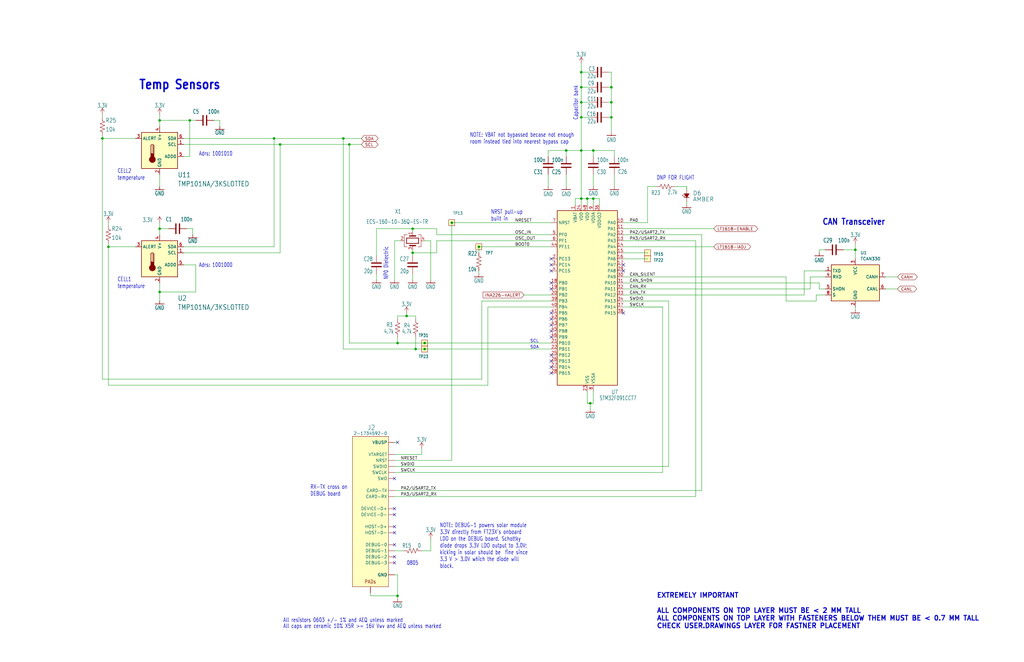
<source format=kicad_sch>
(kicad_sch (version 20250114) (generator "eeschema") (generator_version "9.0")
  (paper "USLedger")
  (title_block (title "OreSat Solar Module - Silicon Cells") (date "2025-09-16") (rev "1.1"))
  (text "Capacitor bank" (at 243.84 50.8 90) (effects (font (size 1.778 1.27)) (justify left bottom)))
  (text "SDA" (at 223.52 147.32 0) (effects (font (size 1.27 1.27)) (justify left bottom)))
  (text "Temp Sensors" (at 58.42 38.1 0) (effects (font (size 3.81 3.2385) (thickness 0.6477) (bold yes)) (justify left bottom)))
  (text "NOTE: VBAT not bypassed becase not enough\nroom instead tied into nearest bypass cap" (at 198.12 60.96 0) (effects (font (size 1.778 1.27)) (justify left bottom)))
  (text "DNP FOR FLIGHT" (at 276.86 76.2 0) (effects (font (size 1.778 1.27)) (justify left bottom)))
  (text "NRST pull-up\nbuilt in" (at 207.01 93.472 0) (effects (font (size 1.778 1.27)) (justify left bottom)))
  (text "CAN Transceiver" (at 373.38 95.25 0) (effects (font (size 2.54 2.159) (thickness 0.4318) (bold yes)) (justify right bottom)))
  (text "NP0 Dielectric" (at 163.83 118.11 90) (effects (font (size 1.778 1.27)) (justify left bottom)))
  (text "NOTE: DEBUG-1 powers solar module\n3.3V directly from FT23X's onboard\nLDO on the DEBUG board. Schottky\ndiode drops 3.3V LDO output to 3.0V;\nkicking in solar should be  fine since\n3.3 V > 3.0V which the diode will\nblock." (at 185.42 240.03 0) (effects (font (size 1.778 1.27)) (justify left bottom)))
  (text "Adrs: 1001010" (at 83.82 66.04 0) (effects (font (size 1.778 1.27)) (justify left bottom)))
  (text "Adrs: 1001000" (at 83.82 113.03 0) (effects (font (size 1.778 1.27)) (justify left bottom)))
  (text "CELL2\ntemperature" (at 49.53 76.2 0) (effects (font (size 1.778 1.27)) (justify left bottom)))
  (text "RX-TX cross on\nDEBUG board" (at 130.81 209.55 0) (effects (font (size 1.778 1.27)) (justify left bottom)))
  (text "EXTREMELY IMPORTANT\n\nALL COMPONENTS ON TOP LAYER MUST BE < 2 MM TALL\nALL COMPONENTS ON TOP LAYER WITH FASTENERS BELOW THEM MUST BE < 0.7 MM TALL\nCHECK USER.DRAWINGS LAYER FOR FASTNER PLACEMENT\n" (at 276.86 265.43 0) (effects (font (size 2 2) (thickness 0.4) (bold yes)) (justify left bottom)))
  (text "SCL" (at 223.52 144.78 0) (effects (font (size 1.27 1.27)) (justify left bottom)))
  (text "All resistors 0603 +/- 1% and AEQ unless marked" (at 119.38 262.89 0) (effects (font (size 1.778 1.27)) (justify left bottom)))
  (text "CELL1\ntemperature" (at 49.53 121.92 0) (effects (font (size 1.778 1.27)) (justify left bottom)))
  (text "0805" (at 171.45 238.76 0) (effects (font (size 1.778 1.27)) (justify left bottom)))
  (text "All caps are ceramic 10% X5R >= 16V Vwv and AEQ unless marked" (at 119.38 265.43 0) (effects (font (size 1.778 1.27)) (justify left bottom)))
  (junction (at 247.65 83.82))
  (junction (at 257.81 43.18))
  (junction (at 167.64 144.78))
  (junction (at 248.92 170.18))
  (junction (at 80.01 50.8))
  (junction (at 250.19 63.5))
  (junction (at 257.81 49.53))
  (junction (at 360.68 105.41))
  (junction (at 179.07 147.32))
  (junction (at 245.11 49.53))
  (junction (at 118.11 60.96))
  (junction (at 245.11 36.83))
  (junction (at 45.72 104.14))
  (junction (at 245.11 63.5))
  (junction (at 173.99 96.52))
  (junction (at 144.78 58.42))
  (junction (at 43.18 58.42))
  (junction (at 173.99 106.68))
  (junction (at 245.11 83.82))
  (junction (at 201.93 104.14))
  (junction (at 250.19 83.82))
  (junction (at 245.11 43.18))
  (junction (at 171.45 133.35))
  (junction (at 67.31 50.8))
  (junction (at 67.31 123.19))
  (junction (at 67.31 96.52))
  (junction (at 190.5 93.98))
  (junction (at 179.07 144.78))
  (junction (at 115.57 58.42))
  (junction (at 238.76 63.5))
  (junction (at 167.64 251.46))
  (junction (at 147.32 60.96))
  (junction (at 175.26 147.32))
  (junction (at 245.11 30.48))
  (junction (at 257.81 36.83))
  (no_connect (at 166.37 224.79))
  (no_connect (at 262.89 111.76))
  (no_connect (at 232.41 139.7))
  (no_connect (at 262.89 114.3))
  (no_connect (at 166.37 214.63))
  (no_connect (at 166.37 237.49))
  (no_connect (at 232.41 109.22))
  (no_connect (at 166.37 217.17))
  (no_connect (at 232.41 134.62))
  (no_connect (at 232.41 137.16))
  (no_connect (at 232.41 157.48))
  (no_connect (at 232.41 149.86))
  (no_connect (at 232.41 152.4))
  (no_connect (at 166.37 201.93))
  (no_connect (at 232.41 111.76))
  (no_connect (at 232.41 132.08))
  (no_connect (at 166.37 234.95))
  (no_connect (at 262.89 132.08))
  (no_connect (at 232.41 154.94))
  (no_connect (at 166.37 229.87))
  (no_connect (at 232.41 119.38))
  (no_connect (at 166.37 222.25))
  (no_connect (at 232.41 121.92))
  (no_connect (at 232.41 114.3))
  (no_connect (at 167.64 186.69))
  (no_connect (at 232.41 142.24))
  (wire (pts (xy 331.47 116.84) (xy 331.47 127)) (stroke (width 0.1524)))
  (wire (pts (xy 252.73 83.82) (xy 252.73 86.36)))
  (wire (pts (xy 256.54 49.53) (xy 257.81 49.53)) (stroke (width 0.1524)))
  (wire (pts (xy 179.07 144.78) (xy 232.41 144.78)) (stroke (width 0.1524)))
  (wire (pts (xy 360.68 105.41) (xy 355.6 105.41)) (stroke (width 0.1524)))
  (wire (pts (xy 341.63 121.92) (xy 341.63 116.84)))
  (wire (pts (xy 158.75 107.95) (xy 158.75 96.52)) (stroke (width 0.1524)))
  (wire (pts (xy 190.5 194.31) (xy 166.37 194.31)) (stroke (width 0.1524)))
  (wire (pts (xy 289.56 78.74) (xy 289.56 80.01)) (stroke (width 0.1524)))
  (wire (pts (xy 245.11 26.67) (xy 245.11 30.48)) (stroke (width 0.1524)))
  (wire (pts (xy 201.93 114.3) (xy 201.93 115.57)))
  (wire (pts (xy 226.06 127) (xy 232.41 127)))
  (wire (pts (xy 273.05 78.74) (xy 273.05 93.98)) (stroke (width 0.1524)))
  (wire (pts (xy 373.38 121.92) (xy 378.46 121.92)) (stroke (width 0.1524)))
  (wire (pts (xy 205.74 129.54) (xy 205.74 162.56)))
  (wire (pts (xy 344.17 124.46) (xy 347.98 124.46)) (stroke (width 0.1524)))
  (wire (pts (xy 245.11 63.5) (xy 250.19 63.5)) (stroke (width 0.1524)))
  (wire (pts (xy 77.47 66.04) (xy 80.01 66.04)) (stroke (width 0.1524)))
  (wire (pts (xy 67.31 76.2) (xy 67.31 78.74)))
  (wire (pts (xy 115.57 58.42) (xy 144.78 58.42)) (stroke (width 0.1524)))
  (wire (pts (xy 158.75 115.57) (xy 158.75 118.11)))
  (wire (pts (xy 295.91 99.06) (xy 262.89 99.06)) (stroke (width 0.1524)))
  (wire (pts (xy 144.78 147.32) (xy 175.26 147.32)) (stroke (width 0.1524)))
  (wire (pts (xy 259.08 76.2) (xy 259.08 78.74)))
  (wire (pts (xy 184.15 99.06) (xy 232.41 99.06)) (stroke (width 0.1524)))
  (wire (pts (xy 77.47 111.76) (xy 82.55 111.76)) (stroke (width 0.1524)))
  (wire (pts (xy 203.2 127) (xy 226.06 127)) (stroke (width 0.1524)))
  (wire (pts (xy 90.17 50.8) (xy 92.71 50.8)) (stroke (width 0.1524)))
  (wire (pts (xy 341.63 116.84) (xy 347.98 116.84)))
  (wire (pts (xy 247.65 83.82) (xy 250.19 83.82)))
  (wire (pts (xy 289.56 78.74) (xy 289.56 80.01)))
  (wire (pts (xy 81.28 96.52) (xy 81.28 99.06)) (stroke (width 0.1524)))
  (wire (pts (xy 265.43 129.54) (xy 279.4 129.54)) (stroke (width 0.1524)))
  (wire (pts (xy 242.57 83.82) (xy 242.57 86.36)))
  (wire (pts (xy 78.74 96.52) (xy 81.28 96.52)) (stroke (width 0.1524)))
  (wire (pts (xy 231.14 73.66) (xy 231.14 76.2)) (stroke (width 0.1524)))
  (wire (pts (xy 262.89 116.84) (xy 331.47 116.84)) (stroke (width 0.1524)))
  (wire (pts (xy 344.17 127) (xy 344.17 124.46)) (stroke (width 0.1524)))
  (wire (pts (xy 203.2 160.02) (xy 203.2 127)) (stroke (width 0.1524)))
  (wire (pts (xy 173.99 96.52) (xy 184.15 96.52)) (stroke (width 0.1524)))
  (wire (pts (xy 166.37 191.77) (xy 177.8 191.77)) (stroke (width 0.1524)))
  (wire (pts (xy 360.68 105.41) (xy 360.68 109.22)) (stroke (width 0.1524)))
  (wire (pts (xy 156.21 251.46) (xy 167.64 251.46)) (stroke (width 0.1524)))
  (wire (pts (xy 257.81 53.34) (xy 257.81 49.53)) (stroke (width 0.1524)))
  (wire (pts (xy 184.15 101.6) (xy 232.41 101.6)) (stroke (width 0.1524)))
  (wire (pts (xy 231.14 63.5) (xy 238.76 63.5)) (stroke (width 0.1524)))
  (wire (pts (xy 248.92 36.83) (xy 245.11 36.83)) (stroke (width 0.1524)))
  (wire (pts (xy 273.05 93.98) (xy 262.89 93.98)) (stroke (width 0.1524)))
  (wire (pts (xy 92.71 50.8) (xy 92.71 53.34)))
  (wire (pts (xy 238.76 76.2) (xy 238.76 78.74)))
  (wire (pts (xy 156.21 250.19) (xy 156.21 251.46)) (stroke (width 0.1524)))
  (wire (pts (xy 54.61 104.14) (xy 57.15 104.14)) (stroke (width 0.1524)))
  (wire (pts (xy 43.18 160.02) (xy 203.2 160.02)) (stroke (width 0.1524)))
  (wire (pts (xy 247.65 170.18) (xy 248.92 170.18)) (stroke (width 0.1524)))
  (wire (pts (xy 167.64 142.24) (xy 167.64 144.78)))
  (wire (pts (xy 167.64 133.35) (xy 171.45 133.35)))
  (wire (pts (xy 181.61 101.6) (xy 179.07 101.6)) (stroke (width 0.1524)))
  (wire (pts (xy 166.37 242.57) (xy 167.64 242.57)) (stroke (width 0.1524)))
  (wire (pts (xy 345.44 105.41) (xy 345.44 106.68)) (stroke (width 0.1524)))
  (wire (pts (xy 331.47 127) (xy 344.17 127)) (stroke (width 0.1524)))
  (wire (pts (xy 67.31 50.8) (xy 80.01 50.8)) (stroke (width 0.1524)))
  (wire (pts (xy 245.11 83.82) (xy 247.65 83.82)))
  (wire (pts (xy 247.65 165.1) (xy 247.65 170.18)) (stroke (width 0.1524)))
  (wire (pts (xy 166.37 101.6) (xy 166.37 118.11)))
  (wire (pts (xy 250.19 73.66) (xy 250.19 76.2)) (stroke (width 0.1524)))
  (wire (pts (xy 190.5 93.98) (xy 190.5 194.31)))
  (wire (pts (xy 77.47 104.14) (xy 115.57 104.14)) (stroke (width 0.1524)))
  (wire (pts (xy 347.98 105.41) (xy 345.44 105.41)) (stroke (width 0.1524)))
  (wire (pts (xy 175.26 142.24) (xy 175.26 147.32)))
  (wire (pts (xy 345.44 119.38) (xy 345.44 121.92)) (stroke (width 0.1524)))
  (wire (pts (xy 77.47 106.68) (xy 118.11 106.68)) (stroke (width 0.1524)))
  (wire (pts (xy 295.91 207.01) (xy 166.37 207.01)) (stroke (width 0.1524)))
  (wire (pts (xy 262.89 101.6) (xy 293.37 101.6)) (stroke (width 0.1524)))
  (wire (pts (xy 173.99 115.57) (xy 173.99 118.11)))
  (wire (pts (xy 257.81 30.48) (xy 256.54 30.48)) (stroke (width 0.1524)))
  (wire (pts (xy 231.14 66.04) (xy 231.14 63.5)) (stroke (width 0.1524)))
  (wire (pts (xy 118.11 60.96) (xy 147.32 60.96)) (stroke (width 0.1524)))
  (wire (pts (xy 168.91 101.6) (xy 166.37 101.6)))
  (wire (pts (xy 293.37 209.55) (xy 166.37 209.55)) (stroke (width 0.1524)))
  (wire (pts (xy 80.01 50.8) (xy 82.55 50.8)) (stroke (width 0.1524)))
  (wire (pts (xy 82.55 111.76) (xy 82.55 123.19)) (stroke (width 0.1524)))
  (wire (pts (xy 339.09 114.3) (xy 347.98 114.3)) (stroke (width 0.1524)))
  (wire (pts (xy 279.4 199.39) (xy 166.37 199.39)) (stroke (width 0.1524)))
  (wire (pts (xy 262.89 106.68) (xy 273.05 106.68)) (stroke (width 0.1524)))
  (wire (pts (xy 43.18 57.15) (xy 43.18 58.42)))
  (wire (pts (xy 171.45 132.08) (xy 171.45 133.35)))
  (wire (pts (xy 360.68 105.41) (xy 360.68 102.87)) (stroke (width 0.1524)))
  (wire (pts (xy 257.81 36.83) (xy 257.81 30.48)) (stroke (width 0.1524)))
  (wire (pts (xy 247.65 86.36) (xy 247.65 83.82)))
  (wire (pts (xy 45.72 162.56) (xy 45.72 104.14)))
  (wire (pts (xy 175.26 147.32) (xy 179.07 147.32)) (stroke (width 0.1524)))
  (wire (pts (xy 80.01 66.04) (xy 80.01 50.8)) (stroke (width 0.1524)))
  (wire (pts (xy 279.4 199.39) (xy 279.4 129.54)) (stroke (width 0.1524)))
  (wire (pts (xy 262.89 124.46) (xy 339.09 124.46)) (stroke (width 0.1524)))
  (wire (pts (xy 67.31 124.46) (xy 67.31 123.19)) (stroke (width 0.1524)))
  (wire (pts (xy 250.19 83.82) (xy 250.19 86.36)) (stroke (width 0.1524)))
  (wire (pts (xy 67.31 96.52) (xy 67.31 99.06)) (stroke (width 0.1524)))
  (wire (pts (xy 82.55 123.19) (xy 67.31 123.19)) (stroke (width 0.1524)))
  (wire (pts (xy 173.99 106.68) (xy 184.15 106.68)) (stroke (width 0.1524)))
  (wire (pts (xy 205.74 129.54) (xy 232.41 129.54)))
  (wire (pts (xy 177.8 232.41) (xy 181.61 232.41)) (stroke (width 0.1524)))
  (wire (pts (xy 262.89 109.22) (xy 273.05 109.22)) (stroke (width 0.1524)))
  (wire (pts (xy 259.08 76.2) (xy 259.08 73.66)) (stroke (width 0.1524)))
  (wire (pts (xy 167.64 242.57) (xy 167.64 251.46)) (stroke (width 0.1524)))
  (wire (pts (xy 201.93 104.14) (xy 232.41 104.14)) (stroke (width 0.1524)))
  (wire (pts (xy 43.18 48.26) (xy 43.18 49.53)))
  (wire (pts (xy 248.92 49.53) (xy 245.11 49.53)) (stroke (width 0.1524)))
  (wire (pts (xy 339.09 124.46) (xy 339.09 114.3)) (stroke (width 0.1524)))
  (wire (pts (xy 144.78 58.42) (xy 144.78 147.32)) (stroke (width 0.1524)))
  (wire (pts (xy 173.99 96.52) (xy 173.99 97.79)) (stroke (width 0.1524)))
  (wire (pts (xy 171.45 133.35) (xy 175.26 133.35)))
  (wire (pts (xy 147.32 60.96) (xy 147.32 144.78)) (stroke (width 0.1524)))
  (wire (pts (xy 250.19 76.2) (xy 250.19 78.74)))
  (wire (pts (xy 181.61 115.57) (xy 181.61 101.6)) (stroke (width 0.1524)))
  (wire (pts (xy 147.32 60.96) (xy 152.4 60.96)) (stroke (width 0.1524)))
  (wire (pts (xy 147.32 144.78) (xy 167.64 144.78)) (stroke (width 0.1524)))
  (wire (pts (xy 238.76 66.04) (xy 238.76 63.5)) (stroke (width 0.1524)))
  (wire (pts (xy 284.48 78.74) (xy 285.75 78.74)))
  (wire (pts (xy 245.11 43.18) (xy 245.11 36.83)) (stroke (width 0.1524)))
  (wire (pts (xy 173.99 106.68) (xy 173.99 107.95)) (stroke (width 0.1524)))
  (wire (pts (xy 259.08 63.5) (xy 259.08 66.04)) (stroke (width 0.1524)))
  (wire (pts (xy 245.11 63.5) (xy 245.11 83.82)))
  (wire (pts (xy 181.61 115.57) (xy 181.61 118.11)))
  (wire (pts (xy 245.11 49.53) (xy 245.11 43.18)) (stroke (width 0.1524)))
  (wire (pts (xy 250.19 63.5) (xy 259.08 63.5)) (stroke (width 0.1524)))
  (wire (pts (xy 245.11 83.82) (xy 245.11 86.36)))
  (wire (pts (xy 67.31 123.19) (xy 67.31 119.38)) (stroke (width 0.1524)))
  (wire (pts (xy 43.18 58.42) (xy 43.18 160.02)) (stroke (width 0.1524)))
  (wire (pts (xy 238.76 63.5) (xy 245.11 63.5)) (stroke (width 0.1524)))
  (wire (pts (xy 201.93 106.68) (xy 201.93 104.14)) (stroke (width 0.1524)))
  (wire (pts (xy 262.89 121.92) (xy 341.63 121.92)))
  (wire (pts (xy 262.89 119.38) (xy 345.44 119.38)) (stroke (width 0.1524)))
  (wire (pts (xy 231.14 76.2) (xy 231.14 78.74)))
  (wire (pts (xy 167.64 134.62) (xy 167.64 133.35)))
  (wire (pts (xy 373.38 116.84) (xy 378.46 116.84)) (stroke (width 0.1524)))
  (wire (pts (xy 184.15 101.6) (xy 184.15 106.68)) (stroke (width 0.1524)))
  (wire (pts (xy 345.44 121.92) (xy 347.98 121.92)) (stroke (width 0.1524)))
  (wire (pts (xy 67.31 96.52) (xy 71.12 96.52)) (stroke (width 0.1524)))
  (wire (pts (xy 262.89 127) (xy 281.94 127)) (stroke (width 0.1524)))
  (wire (pts (xy 242.57 83.82) (xy 245.11 83.82)))
  (wire (pts (xy 262.89 129.54) (xy 279.4 129.54)))
  (wire (pts (xy 245.11 49.53) (xy 245.11 63.5)) (stroke (width 0.1524)))
  (wire (pts (xy 158.75 96.52) (xy 173.99 96.52)) (stroke (width 0.1524)))
  (wire (pts (xy 67.31 48.26) (xy 67.31 50.8)) (stroke (width 0.1524)))
  (wire (pts (xy 245.11 36.83) (xy 245.11 30.48)) (stroke (width 0.1524)))
  (wire (pts (xy 167.64 251.46) (xy 167.64 252.73)) (stroke (width 0.1524)))
  (wire (pts (xy 248.92 170.18) (xy 250.19 170.18)) (stroke (width 0.1524)))
  (wire (pts (xy 285.75 78.74) (xy 289.56 78.74)) (stroke (width 0.1524)))
  (wire (pts (xy 250.19 66.04) (xy 250.19 63.5)) (stroke (width 0.1524)))
  (wire (pts (xy 166.37 232.41) (xy 170.18 232.41)) (stroke (width 0.1524)))
  (wire (pts (xy 205.74 162.56) (xy 45.72 162.56)))
  (wire (pts (xy 175.26 133.35) (xy 175.26 134.62)))
  (wire (pts (xy 248.92 43.18) (xy 245.11 43.18)) (stroke (width 0.1524)))
  (wire (pts (xy 45.72 104.14) (xy 54.61 104.14)))
  (wire (pts (xy 281.94 196.85) (xy 281.94 127)) (stroke (width 0.1524)))
  (wire (pts (xy 289.56 85.09) (xy 289.56 86.36)))
  (wire (pts (xy 295.91 99.06) (xy 295.91 207.01)) (stroke (width 0.1524)))
  (wire (pts (xy 257.81 53.34) (xy 257.81 55.88)))
  (wire (pts (xy 43.18 58.42) (xy 57.15 58.42)) (stroke (width 0.1524)))
  (wire (pts (xy 67.31 76.2) (xy 67.31 73.66)) (stroke (width 0.1524)))
  (wire (pts (xy 144.78 58.42) (xy 152.4 58.42)) (stroke (width 0.1524)))
  (wire (pts (xy 181.61 232.41) (xy 181.61 227.33)) (stroke (width 0.1524)))
  (wire (pts (xy 177.8 191.77) (xy 177.8 189.23)) (stroke (width 0.1524)))
  (wire (pts (xy 184.15 99.06) (xy 184.15 96.52)) (stroke (width 0.1524)))
  (wire (pts (xy 45.72 93.98) (xy 45.72 95.25)))
  (wire (pts (xy 67.31 50.8) (xy 67.31 53.34)) (stroke (width 0.1524)))
  (wire (pts (xy 67.31 93.98) (xy 67.31 96.52)) (stroke (width 0.1524)))
  (wire (pts (xy 262.89 104.14) (xy 300.99 104.14)) (stroke (width 0.1524)))
  (wire (pts (xy 115.57 104.14) (xy 115.57 58.42)) (stroke (width 0.1524)))
  (wire (pts (xy 118.11 106.68) (xy 118.11 60.96)) (stroke (width 0.1524)))
  (wire (pts (xy 190.5 93.98) (xy 232.41 93.98)) (stroke (width 0.1524)))
  (wire (pts (xy 173.99 105.41) (xy 173.99 106.68)))
  (wire (pts (xy 248.92 30.48) (xy 245.11 30.48)) (stroke (width 0.1524)))
  (wire (pts (xy 250.19 165.1) (xy 250.19 170.18)) (stroke (width 0.1524)))
  (wire (pts (xy 257.81 49.53) (xy 257.81 43.18)) (stroke (width 0.1524)))
  (wire (pts (xy 257.81 43.18) (xy 257.81 36.83)) (stroke (width 0.1524)))
  (wire (pts (xy 179.07 147.32) (xy 232.41 147.32)) (stroke (width 0.1524)))
  (wire (pts (xy 67.31 124.46) (xy 67.31 127)))
  (wire (pts (xy 77.47 60.96) (xy 118.11 60.96)) (stroke (width 0.1524)))
  (wire (pts (xy 360.68 129.54) (xy 360.68 130.81)))
  (wire (pts (xy 248.92 170.18) (xy 248.92 172.72)))
  (wire (pts (xy 256.54 36.83) (xy 257.81 36.83)) (stroke (width 0.1524)))
  (wire (pts (xy 262.89 96.52) (xy 300.99 96.52)) (stroke (width 0.1524)))
  (wire (pts (xy 293.37 101.6) (xy 293.37 209.55)) (stroke (width 0.1524)))
  (wire (pts (xy 166.37 186.69) (xy 167.64 186.69)) (stroke (width 0.1524)))
  (wire (pts (xy 45.72 102.87) (xy 45.72 104.14)))
  (wire (pts (xy 167.64 144.78) (xy 179.07 144.78)) (stroke (width 0.1524)))
  (wire (pts (xy 273.05 78.74) (xy 276.86 78.74)) (stroke (width 0.1524)))
  (wire (pts (xy 256.54 43.18) (xy 257.81 43.18)) (stroke (width 0.1524)))
  (wire (pts (xy 220.98 124.46) (xy 232.41 124.46)))
  (wire (pts (xy 248.92 170.18) (xy 247.65 170.18)))
  (wire (pts (xy 250.19 83.82) (xy 252.73 83.82)))
  (wire (pts (xy 238.76 76.2) (xy 238.76 73.66)) (stroke (width 0.1524)))
  (wire (pts (xy 166.37 196.85) (xy 281.94 196.85)) (stroke (width 0.1524)))
  (wire (pts (xy 77.47 58.42) (xy 115.57 58.42)) (stroke (width 0.1524)))
  (label "CAN_TX" (at 265.43 124.46 0) (effects (font (size 1.2446 1.2446))))
  (label "SWCLK" (at 265.43 129.54 0) (effects (font (size 1.2446 1.2446))))
  (label "SWDIO" (at 168.91 196.85 0) (effects (font (size 1.2446 1.2446))))
  (label "NRESET" (at 168.91 194.31 0) (effects (font (size 1.2446 1.2446))))
  (label "BOOT0" (at 217.17 104.14 0) (effects (font (size 1.2446 1.2446))))
  (label "OSC_OUT" (at 217.17 101.6 0))
  (label "PA2/USART2_TX" (at 265.43 99.06 0) (effects (font (size 1.2446 1.2446))))
  (label "OSC_IN" (at 217.17 99.06 0))
  (label "CAN_SILENT" (at 265.43 116.84 0) (effects (font (size 1.2446 1.2446))))
  (label "NRESET" (at 217.17 93.98 0) (effects (font (size 1.2446 1.2446))))
  (label "PA3/USART2_RX" (at 168.91 209.55 0) (effects (font (size 1.2446 1.2446))))
  (label "CAN_RX" (at 265.43 121.92 0) (effects (font (size 1.2446 1.2446))))
  (label "PA0" (at 265.43 93.98 0) (effects (font (size 1.2446 1.2446))))
  (label "SWDIO" (at 265.43 127 0) (effects (font (size 1.2446 1.2446))))
  (label "CAN_SHDN" (at 265.43 119.38 0) (effects (font (size 1.2446 1.2446))))
  (label "PA3/USART2_RX" (at 265.43 101.6 0) (effects (font (size 1.2446 1.2446))))
  (label "PA2/USART2_TX" (at 168.91 207.01 0) (effects (font (size 1.2446 1.2446))))
  (label "SWCLK" (at 168.91 199.39 0) (effects (font (size 1.2446 1.2446))))
  (global_label "CANL" (shape bidirectional) (at 378.46 121.92 0) (effects (font (size 1.2446 1.2446))) (property "Intersheetrefs" "${INTERSHEET_REFS}" (effects (hide yes))))
  (global_label "LT1618-IADJ" (shape bidirectional) (at 300.99 104.14 0) (effects (font (size 1.2446 1.2446))) (property "Intersheetrefs" "${INTERSHEET_REFS}" (effects (hide yes))))
  (global_label "LT1618-ENABLE" (shape bidirectional) (at 300.99 96.52 0) (effects (font (size 1.2446 1.2446))) (property "Intersheetrefs" "${INTERSHEET_REFS}" (effects (hide yes))))
  (global_label "SDA" (shape bidirectional) (at 152.4 58.42 0) (property "Intersheetrefs" "${INTERSHEET_REFS}" (effects (hide yes))))
  (global_label "CANH" (shape bidirectional) (at 378.46 116.84 0) (effects (font (size 1.2446 1.2446))) (property "Intersheetrefs" "${INTERSHEET_REFS}" (effects (hide yes))))
  (global_label "SCL" (shape bidirectional) (at 152.4 60.96 0) (property "Intersheetrefs" "${INTERSHEET_REFS}" (effects (hide yes))))
  (global_label "INA226-nALERT" (shape input) (at 220.98 124.46 180) (property "Intersheetrefs" "${INTERSHEET_REFS}" (effects (hide yes))))
  (symbol (lib_id "oresat-misc:Test-Point-0.75mm-th") (at 273.05 109.22 0) (mirror x) (unit 1) (in_bom no)
    (property "Reference" "TP22" (at 275.59 110.49 0) (effects (font (size 1.27 1.0795)) (justify left top)))
    (property "Value" "TEST-POINT-LARGE-SQUARE" (effects (hide yes)))
    (property "Footprint" "oresat-misc:TestPoint-0.75mm-th" (effects (hide yes)))
    (property "Description" "0.75 mm TH test point; good for scope probes and jumpers" (effects (hide yes)))
  )
  (symbol (lib_id "oresat-power:GND") (at 166.37 118.11 0) (mirror y) (unit 1)
    (property "Reference" "#GND010" (effects (hide yes)))
    (property "Value" "GND" (at 168.402 121.92 0) (effects (font (size 1.778 1.27)) (justify left bottom)))
    (property "Description" "Power symbol creates a global label with name \"GND\" , ground" (effects (hide yes)))
  )
  (symbol (lib_id "oresat-misc:Test-Point-0.75mm-th") (at 201.93 104.14 0) (mirror y) (unit 1) (in_bom no)
    (property "Reference" "TP7" (at 204.724 107.442 0) (effects (font (size 1.27 1.0795)) (justify right bottom)))
    (property "Value" "TEST-POINT-LARGE-SQUARE" (effects (hide yes)))
    (property "Footprint" "oresat-misc:TestPoint-0.75mm-th" (effects (hide yes)))
    (property "Description" "0.75 mm TH test point; good for scope probes and jumpers" (effects (hide yes)))
  )
  (symbol (lib_id "Device:R_US") (at 175.26 138.43 180) (unit 1)
    (property "Reference" "R4" (at 172.974 136.398 0) (effects (font (size 1.778 1.27)) (justify left bottom)))
    (property "Value" "4.7k" (at 173.736 138.938 0) (effects (font (size 1.778 1.27)) (justify left bottom)))
    (property "Footprint" "oresat-passives:0603-C-NOSILK" (effects (hide yes)))
    (property "Description" "4.7 kOhms ±1% 0.1W, 1/10W Chip Resistor 0603 (1608 Metric) Automotive AEC-Q200 Thick Film" (effects (hide yes)))
    (property "DIS" "Digi-Key" (effects (hide yes)))
    (property "DPN" "RMCF0603FT4K70CT-ND" (effects (hide yes)))
    (property "MFR" "Stackpole Electronics Inc" (effects (hide yes)))
    (property "MPN" "RMCF0603FT4K70" (effects (hide yes)))
  )
  (symbol (lib_id "oresat-power:GND") (at 201.93 115.57 0) (mirror y) (unit 1)
    (property "Reference" "#GND06" (effects (hide yes)))
    (property "Value" "GND" (at 203.962 119.38 0) (effects (font (size 1.778 1.27)) (justify left bottom)))
    (property "Description" "Power symbol creates a global label with name \"GND\" , ground" (effects (hide yes)))
  )
  (symbol (lib_id "Device:R_US") (at 173.99 232.41 90) (mirror x) (unit 1)
    (property "Reference" "R15" (at 173.482 231.14 90) (effects (font (size 1.778 1.27)) (justify left bottom)))
    (property "Value" "0" (at 177.546 231.14 90) (effects (font (size 1.778 1.27)) (justify left bottom)))
    (property "Footprint" "oresat-passives:0805-C-NOSILK" (effects (hide yes)))
    (property "Description" "0 Ohms Jumper Chip Resistor 0805 (2012 Metric) Automotive AEC-Q200 Thick Film" (effects (hide yes)))
    (property "DIS" "Digi-Key" (effects (hide yes)))
    (property "DPN" "P0.0ATR-ND" (effects (hide yes)))
    (property "MFR" "Panasonic" (effects (hide yes)))
    (property "MPN" "ERJ-6GEY0R00V" (effects (hide yes)))
  )
  (symbol (lib_id "oresat-power:3.3V") (at 45.72 93.98 0) (unit 1)
    (property "Reference" "#SUPPLY012" (effects (hide yes)))
    (property "Value" "3.3V" (at 45.72 91.186 0) (effects (font (size 1.778 1.27)) (justify bottom)))
    (property "Description" "Power symbol creates a global label with name \"3.3V\"" (effects (hide yes)))
  )
  (symbol (lib_id "oresat-power:GND") (at 259.08 78.74 0) (unit 1)
    (property "Reference" "#GND059" (effects (hide yes)))
    (property "Value" "GND" (at 257.048 82.55 0) (effects (font (size 1.778 1.27)) (justify left bottom)))
    (property "Description" "Power symbol creates a global label with name \"GND\" , ground" (effects (hide yes)))
  )
  (symbol (lib_id "oresat-power:3.3V") (at 67.31 48.26 0) (mirror y) (unit 1)
    (property "Reference" "#SUPPLY010" (effects (hide yes)))
    (property "Value" "3.3V" (at 67.31 45.466 0) (effects (font (size 1.778 1.27)) (justify bottom)))
    (property "Description" "Power symbol creates a global label with name \"3.3V\"" (effects (hide yes)))
  )
  (symbol (lib_id "oresat-misc:Test-Point-0.75mm-th") (at 273.05 106.68 0) (mirror x) (unit 1) (in_bom no)
    (property "Reference" "TP15" (at 275.59 107.95 0) (effects (font (size 1.27 1.0795)) (justify left top)))
    (property "Value" "TEST-POINT-LARGE-SQUARE" (effects (hide yes)))
    (property "Footprint" "oresat-misc:TestPoint-0.75mm-th" (effects (hide yes)))
    (property "Description" "0.75 mm TH test point; good for scope probes and jumpers" (effects (hide yes)))
  )
  (symbol (lib_id "oresat-power:3.3V") (at 360.68 102.87 0) (mirror y) (unit 1)
    (property "Reference" "#SUPPLY08" (effects (hide yes)))
    (property "Value" "3.3V" (at 360.68 100.076 0) (effects (font (size 1.778 1.27)) (justify bottom)))
    (property "Description" "Power symbol creates a global label with name \"3.3V\"" (effects (hide yes)))
  )
  (symbol (lib_id "oresat-power:GND") (at 345.44 106.68 0) (mirror y) (unit 1)
    (property "Reference" "#GND055" (effects (hide yes)))
    (property "Value" "GND" (at 347.472 110.744 0) (effects (font (size 1.778 1.27)) (justify left bottom)))
    (property "Description" "Power symbol creates a global label with name \"GND\" , ground" (effects (hide yes)))
  )
  (symbol (lib_id "Device:Crystal_GND24") (at 173.99 101.6 90) (mirror x) (unit 1)
    (property "Reference" "X1" (at 169.164 90.17 90) (effects (font (size 1.778 1.27)) (justify left bottom)))
    (property "Value" "ECS-160-10-36Q-ES-TR" (at 180.594 94.488 90) (effects (font (size 1.778 1.27)) (justify left bottom)))
    (property "Footprint" "oresat-misc:ECS-160-10-36Q-ES-TR" (effects (hide yes)))
    (property "Description" "16 MHz ±30ppm Crystal 10pF 80 Ohms 4-SMD, No Lead" (effects (hide yes)))
    (property "DIS" "Digi-Key" (effects (hide yes)))
    (property "DPN" "XC2181TR-ND" (effects (hide yes)))
    (property "MFR" "ECS Inc." (effects (hide yes)))
    (property "MPN" "ECS-160-10-36Q-ES-TR" (effects (hide yes)))
  )
  (symbol (lib_id "oresat-misc:Test-Point-0.75mm-th") (at 179.07 144.78 0) (mirror y) (unit 1) (in_bom no)
    (property "Reference" "TP31" (at 176.53 142.24 0) (effects (font (size 1.27 1.0795)) (justify right bottom)))
    (property "Value" "TEST-POINT-LARGE-SQUARE" (effects (hide yes)))
    (property "Footprint" "oresat-misc:TestPoint-0.75mm-th" (effects (hide yes)))
    (property "Description" "0.75 mm TH test point; good for scope probes and jumpers" (effects (hide yes)))
  )
  (symbol (lib_id "MCU_ST_STM32F0:STM32F091CCTx") (at 247.65 127 0) (unit 1)
    (property "Reference" "U7" (at 257.81 166.37 0) (effects (font (size 1.778 1.27)) (justify left bottom)))
    (property "Value" "STM32F091CCT7" (at 252.73 168.91 0) (effects (font (size 1.778 1.27)) (justify left bottom)))
    (property "Footprint" "Package_QFP:LQFP-48_7x7mm_P0.5mm" (effects (hide yes)))
    (property "Datasheet" "https://www.st.com/resource/en/datasheet/stm32f091cc.pdf" (effects (hide yes)))
    (property "Description" "STMicroelectronics Arm Cortex-M0 MCU, 256KB flash, 32KB RAM, 48 MHz, 2.0-3.6V, 38 GPIO, LQFP48" (effects (hide yes)))
    (property "DIS" "Digi-Key" (effects (hide yes)))
    (property "DPN" "STM32F091CCT7TR" (effects (hide yes)))
    (property "MFR" "STMicroelectronics" (effects (hide yes)))
    (property "MPN" "STM32F091CCT7TR" (effects (hide yes)))
  )
  (symbol (lib_id "oresat-power:GND") (at 181.61 118.11 0) (mirror y) (unit 1)
    (property "Reference" "#GND052" (effects (hide yes)))
    (property "Value" "GND" (at 183.642 121.92 0) (effects (font (size 1.778 1.27)) (justify left bottom)))
    (property "Description" "Power symbol creates a global label with name \"GND\" , ground" (effects (hide yes)))
  )
  (symbol (lib_id "oresat-power:3.3V") (at 177.8 189.23 0) (unit 1)
    (property "Reference" "#SUPPLY011" (effects (hide yes)))
    (property "Value" "3.3V" (at 177.8 186.436 0) (effects (font (size 1.778 1.27)) (justify bottom)))
    (property "Description" "Power symbol creates a global label with name \"3.3V\"" (effects (hide yes)))
  )
  (symbol (lib_id "oresat-connectors:J-TE-2-1734592-0") (at 156.21 214.63 0) (unit 1)
    (property "Reference" "J2" (at 154.94 181.61 0) (effects (font (size 2.0828 1.7703)) (justify left bottom)))
    (property "Value" "2-1734592-0" (at 156.21 182.88 0))
    (property "Footprint" "oresat-connectors:J-TE-2-1734592-0" (effects (hide yes)))
    (property "Datasheet" "https://www.te.com/usa-en/product-2-1734592-0.datasheet.pdf" (effects (hide yes)))
    (property "Description" "20 Position FPC Connector Contacts, Bottom 0.020\" (0.50mm) Surface Mount, Right Angle" (effects (hide yes)))
    (property "DIS" "Digi-Key" (effects (hide yes)))
    (property "DPN" "A100287CT-ND" (effects (hide yes)))
    (property "MFR" "TE Connectivity AMP Connectors" (effects (hide yes)))
    (property "MPN" "2-1734592-0" (effects (hide yes)))
  )
  (symbol (lib_id "Device:C") (at 86.36 50.8 90) (mirror x) (unit 1)
    (property "Reference" "C5" (at 81.28 48.006 90) (effects (font (size 1.778 1.27)) (justify right bottom)))
    (property "Value" "100n" (at 87.63 48.006 90) (effects (font (size 1.778 1.27)) (justify right bottom)))
    (property "Footprint" "oresat-passives:0603-C-NOSILK" (effects (hide yes)))
    (property "Description" "100 nF (0.1µF) ±10% 25V Ceramic Capacitor X5R 0603 (1608 Metric)" (effects (hide yes)))
    (property "DIS" "Digi-Key" (effects (hide yes)))
    (property "DPN" "587-3472-1-ND" (effects (hide yes)))
    (property "MFR" "Taiyo Yuden" (effects (hide yes)))
    (property "MPN" "TMK107BJ104KAHT" (effects (hide yes)))
  )
  (symbol (lib_id "Device:C") (at 231.14 69.85 0) (mirror x) (unit 1)
    (property "Reference" "C31" (at 225.044 71.628 0) (effects (font (size 1.778 1.27)) (justify left bottom)))
    (property "Value" "100n" (at 225.044 66.548 0) (effects (font (size 1.778 1.27)) (justify left bottom)))
    (property "Footprint" "oresat-passives:0603-C-NOSILK" (effects (hide yes)))
    (property "Description" "100 nF (0.1µF) ±10% 25V Ceramic Capacitor X5R 0603 (1608 Metric)" (effects (hide yes)))
    (property "DIS" "Digi-Key" (effects (hide yes)))
    (property "DPN" "587-3472-1-ND" (effects (hide yes)))
    (property "MFR" "Taiyo Yuden" (effects (hide yes)))
    (property "MPN" "TMK107BJ104KAHT" (effects (hide yes)))
  )
  (symbol (lib_id "Device:C") (at 158.75 111.76 0) (mirror y) (unit 1)
    (property "Reference" "C28" (at 157.226 110.236 0) (effects (font (size 1.778 1.27)) (justify left bottom)))
    (property "Value" "20p" (at 157.226 115.316 0) (effects (font (size 1.778 1.27)) (justify left bottom)))
    (property "Footprint" "oresat-passives:0603-C-NOSILK" (effects (hide yes)))
    (property "Description" "20 pF ±5% 50V Ceramic Capacitor C0G, NP0 0603 (1608 Metric)" (effects (hide yes)))
    (property "DIS" "Digi-Key" (effects (hide yes)))
    (property "DPN" "399-15921-2-ND" (effects (hide yes)))
    (property "MFR" "KEMET" (effects (hide yes)))
    (property "MPN" "C0603C200J5GACAUTO" (effects (hide yes)))
  )
  (symbol (lib_id "Device:C") (at 252.73 43.18 90) (unit 1)
    (property "Reference" "C11" (at 247.65 42.672 90) (effects (font (size 1.778 1.27)) (justify right top)))
    (property "Value" "22u" (at 247.65 45.72 90) (effects (font (size 1.778 1.27)) (justify right top)))
    (property "Footprint" "oresat-passives:0805-C-NOSILK" (effects (hide yes)))
    (property "Description" "22 µF ±20% 25V Ceramic Capacitor X5R 0805 (2012 Metric)" (effects (hide yes)))
    (property "DIS" "Digi-Key" (effects (hide yes)))
    (property "DPN" "GRT21BR61E226ME13L" (effects (hide yes)))
    (property "MFR" "Murata" (effects (hide yes)))
    (property "MPN" "490-12389-2-ND" (effects (hide yes)))
  )
  (symbol (lib_id "oresat-power:GND") (at 92.71 53.34 0) (mirror y) (unit 1)
    (property "Reference" "#GND042" (effects (hide yes)))
    (property "Value" "GND" (at 94.742 56.896 0) (effects (font (size 1.778 1.27)) (justify left bottom)))
    (property "Description" "Power symbol creates a global label with name \"GND\" , ground" (effects (hide yes)))
  )
  (symbol (lib_id "oresat-power:GND") (at 81.28 99.06 0) (mirror y) (unit 1)
    (property "Reference" "#GND04" (effects (hide yes)))
    (property "Value" "GND" (at 83.312 102.616 0) (effects (font (size 1.778 1.27)) (justify left bottom)))
    (property "Description" "Power symbol creates a global label with name \"GND\" , ground" (effects (hide yes)))
  )
  (symbol (lib_id "Device:LED_Small_Filled") (at 289.56 82.55 90) (unit 1)
    (property "Reference" "D6" (at 292.1 82.55 90) (effects (font (size 1.778 1.778)) (justify right top)))
    (property "Value" "AMBER" (at 292.1 85.09 90) (effects (font (size 1.778 1.778)) (justify right top)))
    (property "Footprint" "LED_SMD:LED_0603_1608Metric" (effects (hide yes)))
    (property "Description" "Light emitting diode, small symbol, filled shape" (effects (hide yes)))
    (property "DIS" "Digi-Key" (effects (hide yes)))
    (property "DPN" "732-150060AS75000TR-ND" (effects (hide yes)))
    (property "MFR" "Wurth" (effects (hide yes)))
    (property "MPN" "150060AS75000" (effects (hide yes)))
    (property "Sim.Pins" "1=K 2=A" (effects (hide yes)))
  )
  (symbol (lib_id "Interface_CAN_LIN:TCAN330") (at 360.68 119.38 0) (unit 1)
    (property "Reference" "U1" (at 362.8233 106.68 0) (effects (justify left)))
    (property "Value" "TCAN330" (at 362.8233 109.22 0) (effects (justify left)))
    (property "Footprint" "Package_TO_SOT_SMD:SOT-23-8" (effects (hide yes)))
    (property "Datasheet" "http://www.ti.com/lit/ds/symlink/tcan337.pdf" (effects (hide yes)))
    (property "Description" "1/1 Transceiver CANbus SOT-23-8" (effects (hide yes)))
    (property "DIS" "DigiKey" (effects (hide yes)))
    (property "DPN" "296-44211-1-ND" (effects (hide yes)))
    (property "MFR" "Texas Instruments" (effects (hide yes)))
    (property "MPN" "TCAN330GDCNT" (effects (hide yes)))
  )
  (symbol (lib_id "oresat-power:GND") (at 248.92 172.72 0) (mirror y) (unit 1)
    (property "Reference" "#GND051" (effects (hide yes)))
    (property "Value" "GND" (at 250.952 176.53 0) (effects (font (size 1.778 1.27)) (justify left bottom)))
    (property "Description" "Power symbol creates a global label with name \"GND\" , ground" (effects (hide yes)))
  )
  (symbol (lib_id "oresat-power:GND") (at 238.76 78.74 0) (unit 1)
    (property "Reference" "#GND058" (effects (hide yes)))
    (property "Value" "GND" (at 236.728 82.804 0) (effects (font (size 1.778 1.27)) (justify left bottom)))
    (property "Description" "Power symbol creates a global label with name \"GND\" , ground" (effects (hide yes)))
  )
  (symbol (lib_id "Device:C") (at 74.93 96.52 90) (mirror x) (unit 1)
    (property "Reference" "C1" (at 69.85 93.472 90) (effects (font (size 1.778 1.27)) (justify right bottom)))
    (property "Value" "100n" (at 76.2 93.472 90) (effects (font (size 1.778 1.27)) (justify right bottom)))
    (property "Footprint" "oresat-passives:0603-C-NOSILK" (effects (hide yes)))
    (property "Description" "100 nF (0.1µF) ±10% 25V Ceramic Capacitor X5R 0603 (1608 Metric)" (effects (hide yes)))
    (property "DIS" "Digi-Key" (effects (hide yes)))
    (property "DPN" "587-3472-1-ND" (effects (hide yes)))
    (property "MFR" "Taiyo Yuden" (effects (hide yes)))
    (property "MPN" "TMK107BJ104KAHT" (effects (hide yes)))
  )
  (symbol (lib_id "Device:C") (at 252.73 49.53 90) (unit 1)
    (property "Reference" "C16" (at 247.396 49.022 90) (effects (font (size 1.778 1.27)) (justify right top)))
    (property "Value" "22u" (at 247.65 52.07 90) (effects (font (size 1.778 1.27)) (justify right top)))
    (property "Footprint" "oresat-passives:0805-C-NOSILK" (effects (hide yes)))
    (property "Description" "22 µF ±20% 25V Ceramic Capacitor X5R 0805 (2012 Metric)" (effects (hide yes)))
    (property "DIS" "Digi-Key" (effects (hide yes)))
    (property "DPN" "GRT21BR61E226ME13L" (effects (hide yes)))
    (property "MFR" "Murata" (effects (hide yes)))
    (property "MPN" "490-12389-2-ND" (effects (hide yes)))
  )
  (symbol (lib_id "Device:C") (at 252.73 30.48 90) (unit 1)
    (property "Reference" "C3" (at 248.158 29.972 90) (effects (font (size 1.778 1.27)) (justify right top)))
    (property "Value" "22u" (at 247.65 33.02 90) (effects (font (size 1.778 1.27)) (justify right top)))
    (property "Footprint" "oresat-passives:0805-C-NOSILK" (effects (hide yes)))
    (property "Description" "22 µF ±20% 25V Ceramic Capacitor X5R 0805 (2012 Metric)" (effects (hide yes)))
    (property "DIS" "Digi-Key" (effects (hide yes)))
    (property "DPN" "GRT21BR61E226ME13L" (effects (hide yes)))
    (property "MFR" "Murata" (effects (hide yes)))
    (property "MPN" "490-12389-2-ND" (effects (hide yes)))
  )
  (symbol (lib_id "oresat-power:GND") (at 360.68 130.81 0) (mirror y) (unit 1)
    (property "Reference" "#GND056" (effects (hide yes)))
    (property "Value" "GND" (at 362.712 134.62 0) (effects (font (size 1.778 1.27)) (justify left bottom)))
    (property "Description" "Power symbol creates a global label with name \"GND\" , ground" (effects (hide yes)))
  )
  (symbol (lib_id "Device:R_US") (at 167.64 138.43 180) (unit 1)
    (property "Reference" "R3" (at 165.608 136.144 0) (effects (font (size 1.778 1.27)) (justify left bottom)))
    (property "Value" "4.7k" (at 166.116 138.938 0) (effects (font (size 1.778 1.27)) (justify left bottom)))
    (property "Footprint" "oresat-passives:0603-C-NOSILK" (effects (hide yes)))
    (property "Description" "4.7 kOhms ±1% 0.1W, 1/10W Chip Resistor 0603 (1608 Metric) Automotive AEC-Q200 Thick Film" (effects (hide yes)))
    (property "DIS" "Digi-Key" (effects (hide yes)))
    (property "DPN" "RMCF0603FT4K70CT-ND" (effects (hide yes)))
    (property "MFR" "Stackpole Electronics Inc" (effects (hide yes)))
    (property "MPN" "RMCF0603FT4K70" (effects (hide yes)))
  )
  (symbol (lib_id "oresat-power:GND") (at 67.31 78.74 0) (mirror y) (unit 1)
    (property "Reference" "#GND037" (effects (hide yes)))
    (property "Value" "GND" (at 69.342 82.55 0) (effects (font (size 1.778 1.27)) (justify left bottom)))
    (property "Description" "Power symbol creates a global label with name \"GND\" , ground" (effects (hide yes)))
  )
  (symbol (lib_id "oresat-power:GND") (at 173.99 118.11 0) (mirror y) (unit 1)
    (property "Reference" "#GND053" (effects (hide yes)))
    (property "Value" "GND" (at 176.022 121.92 0) (effects (font (size 1.778 1.27)) (justify left bottom)))
    (property "Description" "Power symbol creates a global label with name \"GND\" , ground" (effects (hide yes)))
  )
  (symbol (lib_id "Device:C") (at 250.19 69.85 0) (mirror x) (unit 1)
    (property "Reference" "C30" (at 251.714 71.628 0) (effects (font (size 1.778 1.27)) (justify left bottom)))
    (property "Value" "100n" (at 251.714 66.548 0) (effects (font (size 1.778 1.27)) (justify left bottom)))
    (property "Footprint" "oresat-passives:0603-C-NOSILK" (effects (hide yes)))
    (property "Description" "100 nF (0.1µF) ±10% 25V Ceramic Capacitor X5R 0603 (1608 Metric)" (effects (hide yes)))
    (property "DIS" "Digi-Key" (effects (hide yes)))
    (property "DPN" "587-3472-1-ND" (effects (hide yes)))
    (property "MFR" "Taiyo Yuden" (effects (hide yes)))
    (property "MPN" "TMK107BJ104KAHT" (effects (hide yes)))
  )
  (symbol (lib_id "Device:R_US") (at 45.72 99.06 180) (unit 1)
    (property "Reference" "R24" (at 46.99 96.52 0) (effects (font (size 1.778 1.5113)) (justify right)))
    (property "Value" "10k" (at 46.99 100.33 0) (effects (font (size 1.778 1.5113)) (justify right)))
    (property "Footprint" "oresat-passives:0603-C-NOSILK" (effects (hide yes)))
    (property "Description" "10 kOhms ±1% 0.1W, 1/10W Chip Resistor 0603 (1608 Metric) Automotive AEC-Q200 Thick Film" (effects (hide yes)))
    (property "DIS" "Digi-Key" (effects (hide yes)))
    (property "DPN" "RMCF0603FT10K0CT-ND" (effects (hide yes)))
    (property "MFR" "Stackpole Electronics Inc" (effects (hide yes)))
    (property "MPN" "RMCF0603FT10K0" (effects (hide yes)))
  )
  (symbol (lib_id "Device:C") (at 173.99 111.76 0) (mirror y) (unit 1)
    (property "Reference" "C27" (at 172.466 110.236 0) (effects (font (size 1.778 1.27)) (justify left bottom)))
    (property "Value" "20p" (at 172.466 115.316 0) (effects (font (size 1.778 1.27)) (justify left bottom)))
    (property "Footprint" "oresat-passives:0603-C-NOSILK" (effects (hide yes)))
    (property "Description" "20 pF ±5% 50V Ceramic Capacitor C0G, NP0 0603 (1608 Metric)" (effects (hide yes)))
    (property "DIS" "Digi-Key" (effects (hide yes)))
    (property "DPN" "399-15921-2-ND" (effects (hide yes)))
    (property "MFR" "KEMET" (effects (hide yes)))
    (property "MPN" "C0603C200J5GACAUTO" (effects (hide yes)))
  )
  (symbol (lib_id "oresat-power:3.3V") (at 43.18 48.26 0) (unit 1)
    (property "Reference" "#SUPPLY013" (effects (hide yes)))
    (property "Value" "3.3V" (at 43.18 45.466 0) (effects (font (size 1.778 1.27)) (justify bottom)))
    (property "Description" "Power symbol creates a global label with name \"3.3V\"" (effects (hide yes)))
  )
  (symbol (lib_id "Device:R_US") (at 201.93 110.49 0) (unit 1)
    (property "Reference" "R22" (at 197.358 107.95 0) (effects (font (size 1.778 1.27)) (justify left bottom)))
    (property "Value" "10k" (at 197.358 114.554 0) (effects (font (size 1.778 1.27)) (justify left bottom)))
    (property "Footprint" "oresat-passives:0603-C-NOSILK" (effects (hide yes)))
    (property "Description" "10 kOhms ±1% 0.1W, 1/10W Chip Resistor 0603 (1608 Metric) Automotive AEC-Q200 Thick Film" (effects (hide yes)))
    (property "DIS" "Digi-Key" (effects (hide yes)))
    (property "DPN" "RMCF0603FT10K0CT-ND" (effects (hide yes)))
    (property "MFR" "Stackpole Electronics Inc" (effects (hide yes)))
    (property "MPN" "RMCF0603FT10K0" (effects (hide yes)))
  )
  (symbol (lib_id "Device:C") (at 252.73 36.83 90) (unit 1)
    (property "Reference" "C9" (at 247.904 36.068 90) (effects (font (size 1.778 1.27)) (justify right top)))
    (property "Value" "22u" (at 247.65 39.37 90) (effects (font (size 1.778 1.27)) (justify right top)))
    (property "Footprint" "oresat-passives:0805-C-NOSILK" (effects (hide yes)))
    (property "Description" "22 µF ±20% 25V Ceramic Capacitor X5R 0805 (2012 Metric)" (effects (hide yes)))
    (property "DIS" "Digi-Key" (effects (hide yes)))
    (property "DPN" "GRT21BR61E226ME13L" (effects (hide yes)))
    (property "MFR" "Murata" (effects (hide yes)))
    (property "MPN" "490-12389-2-ND" (effects (hide yes)))
  )
  (symbol (lib_id "Device:C") (at 351.79 105.41 90) (mirror x) (unit 1)
    (property "Reference" "C29" (at 351.028 102.362 90) (effects (font (size 1.778 1.27)) (justify left bottom)))
    (property "Value" "100n" (at 358.394 102.362 90) (effects (font (size 1.778 1.27)) (justify left bottom)))
    (property "Footprint" "oresat-passives:0603-C-NOSILK" (effects (hide yes)))
    (property "Description" "100 nF (0.1µF) ±10% 25V Ceramic Capacitor X5R 0603 (1608 Metric)" (effects (hide yes)))
    (property "DIS" "Digi-Key" (effects (hide yes)))
    (property "DPN" "587-3472-1-ND" (effects (hide yes)))
    (property "MFR" "Taiyo Yuden" (effects (hide yes)))
    (property "MPN" "TMK107BJ104KAHT" (effects (hide yes)))
  )
  (symbol (lib_id "oresat-power:GND") (at 231.14 78.74 0) (unit 1)
    (property "Reference" "#GND064" (effects (hide yes)))
    (property "Value" "GND" (at 229.108 82.804 0) (effects (font (size 1.778 1.27)) (justify left bottom)))
    (property "Description" "Power symbol creates a global label with name \"GND\" , ground" (effects (hide yes)))
  )
  (symbol (lib_id "oresat-power:GND") (at 158.75 118.11 0) (mirror y) (unit 1)
    (property "Reference" "#GND054" (effects (hide yes)))
    (property "Value" "GND" (at 160.782 121.92 0) (effects (font (size 1.778 1.27)) (justify left bottom)))
    (property "Description" "Power symbol creates a global label with name \"GND\" , ground" (effects (hide yes)))
  )
  (symbol (lib_id "oresat-misc:Test-Point-0.75mm-th") (at 179.07 147.32 0) (mirror y) (unit 1) (in_bom no)
    (property "Reference" "TP23" (at 176.53 151.13 0) (effects (font (size 1.27 1.0795)) (justify right bottom)))
    (property "Value" "TEST-POINT-LARGE-SQUARE" (effects (hide yes)))
    (property "Footprint" "oresat-misc:TestPoint-0.75mm-th" (effects (hide yes)))
    (property "Description" "0.75 mm TH test point; good for scope probes and jumpers" (effects (hide yes)))
  )
  (symbol (lib_id "Device:C") (at 238.76 69.85 0) (mirror x) (unit 1)
    (property "Reference" "C25" (at 232.664 71.628 0) (effects (font (size 1.778 1.27)) (justify left bottom)))
    (property "Value" "100n" (at 232.664 66.548 0) (effects (font (size 1.778 1.27)) (justify left bottom)))
    (property "Footprint" "oresat-passives:0603-C-NOSILK" (effects (hide yes)))
    (property "Description" "100 nF (0.1µF) ±10% 25V Ceramic Capacitor X5R 0603 (1608 Metric)" (effects (hide yes)))
    (property "DIS" "Digi-Key" (effects (hide yes)))
    (property "DPN" "587-3472-1-ND" (effects (hide yes)))
    (property "MFR" "Taiyo Yuden" (effects (hide yes)))
    (property "MPN" "TMK107BJ104KAHT" (effects (hide yes)))
  )
  (symbol (lib_id "oresat-power:GND") (at 289.56 86.36 0) (mirror y) (unit 1)
    (property "Reference" "#GND062" (effects (hide yes)))
    (property "Value" "GND" (at 291.592 90.17 0) (effects (font (size 1.778 1.27)) (justify left bottom)))
    (property "Description" "Power symbol creates a global label with name \"GND\" , ground" (effects (hide yes)))
  )
  (symbol (lib_id "Device:C") (at 259.08 69.85 180) (unit 1)
    (property "Reference" "C26" (at 260.604 73.406 0) (effects (font (size 1.778 1.27)) (justify right top)))
    (property "Value" "100n" (at 265.176 66.548 0) (effects (font (size 1.778 1.27)) (justify left bottom)))
    (property "Footprint" "oresat-passives:0603-C-NOSILK" (effects (hide yes)))
    (property "Description" "100 nF (0.1µF) ±10% 25V Ceramic Capacitor X5R 0603 (1608 Metric)" (effects (hide yes)))
    (property "DIS" "Digi-Key" (effects (hide yes)))
    (property "DPN" "587-3472-1-ND" (effects (hide yes)))
    (property "MFR" "Taiyo Yuden" (effects (hide yes)))
    (property "MPN" "TMK107BJ104KAHT" (effects (hide yes)))
  )
  (symbol (lib_id "oresat-power:GND") (at 250.19 78.74 0) (unit 1)
    (property "Reference" "#GND057" (effects (hide yes)))
    (property "Value" "GND" (at 248.158 82.55 0) (effects (font (size 1.778 1.27)) (justify left bottom)))
    (property "Description" "Power symbol creates a global label with name \"GND\" , ground" (effects (hide yes)))
  )
  (symbol (lib_id "oresat-power:3.3V") (at 67.31 93.98 0) (mirror y) (unit 1)
    (property "Reference" "#SUPPLY03" (effects (hide yes)))
    (property "Value" "3.3V" (at 62.23 93.726 0) (effects (font (size 1.778 1.27)) (justify bottom)))
    (property "Description" "Power symbol creates a global label with name \"3.3V\"" (effects (hide yes)))
  )
  (symbol (lib_id "oresat-power:GND") (at 67.31 127 0) (mirror y) (unit 1)
    (property "Reference" "#GND01" (effects (hide yes)))
    (property "Value" "GND" (at 69.342 130.81 0) (effects (font (size 1.778 1.27)) (justify left bottom)))
    (property "Description" "Power symbol creates a global label with name \"GND\" , ground" (effects (hide yes)))
  )
  (symbol (lib_id "Sensor_Temperature:TMP101") (at 67.31 109.22 0) (mirror y) (unit 1)
    (property "Reference" "U2" (at 74.93 127 0) (effects (font (size 2.0828 1.7703)) (justify right bottom)))
    (property "Value" "TMP101NA/3KSLOTTED" (at 74.93 130.81 0) (effects (font (size 2.0828 1.7703)) (justify right bottom)))
    (property "Footprint" "oresat-ics:DBV6-SLOT" (effects (hide yes)))
    (property "Datasheet" "https://www.ti.com/lit/ds/symlink/tmp101.pdf" (effects (hide yes)))
    (property "Description" "Digital Temperature Sensor with I2C/SMBus Interface, ±2°C, one-shot conversion, alert, SOT-23-6" (effects (hide yes)))
    (property "DIS" "Digi-Key" (effects (hide yes)))
    (property "DPN" "296-27725-2-ND" (effects (hide yes)))
    (property "MFR" "Texas Instruments" (effects (hide yes)))
    (property "MPN" "TMP101NA/3K" (effects (hide yes)))
  )
  (symbol (lib_id "oresat-power:3.3V") (at 245.11 26.67 0) (mirror y) (unit 1)
    (property "Reference" "#SUPPLY05" (effects (hide yes)))
    (property "Value" "3.3V" (at 245.11 23.876 0) (effects (font (size 1.778 1.27)) (justify bottom)))
    (property "Description" "Power symbol creates a global label with name \"3.3V\"" (effects (hide yes)))
  )
  (symbol (lib_id "Device:R_US") (at 43.18 53.34 180) (unit 1)
    (property "Reference" "R25" (at 44.45 50.8 0) (effects (font (size 1.778 1.5113)) (justify right)))
    (property "Value" "10k" (at 44.45 54.61 0) (effects (font (size 1.778 1.5113)) (justify right)))
    (property "Footprint" "oresat-passives:0603-C-NOSILK" (effects (hide yes)))
    (property "Description" "10 kOhms ±1% 0.1W, 1/10W Chip Resistor 0603 (1608 Metric) Automotive AEC-Q200 Thick Film" (effects (hide yes)))
    (property "DIS" "Digi-Key" (effects (hide yes)))
    (property "DPN" "RMCF0603FT10K0CT-ND" (effects (hide yes)))
    (property "MFR" "Stackpole Electronics Inc" (effects (hide yes)))
    (property "MPN" "RMCF0603FT10K0" (effects (hide yes)))
  )
  (symbol (lib_id "oresat-misc:Test-Point-0.75mm-th") (at 190.5 93.98 0) (mirror y) (unit 1) (in_bom no)
    (property "Reference" "TP13" (at 191.008 90.678 0) (effects (font (size 1.27 1.0795)) (justify right bottom)))
    (property "Value" "TEST-POINT-LARGE-SQUARE" (effects (hide yes)))
    (property "Footprint" "oresat-misc:TestPoint-0.75mm-th" (effects (hide yes)))
    (property "Description" "0.75 mm TH test point; good for scope probes and jumpers" (effects (hide yes)))
  )
  (symbol (lib_id "Device:R_US") (at 280.67 78.74 270) (unit 1)
    (property "Reference" "R23" (at 274.574 82.296 90) (effects (font (size 1.778 1.27)) (justify left bottom)))
    (property "Value" "2.7k" (at 281.432 82.042 90) (effects (font (size 1.778 1.27)) (justify left bottom)))
    (property "Footprint" "oresat-passives:0603-C-NOSILK" (effects (hide yes)))
    (property "Description" "2.7 kOhms ±1% 0.1W, 1/10W Chip Resistor 0603 (1608 Metric) Automotive AEC-Q200 Thick Film" (effects (hide yes)))
    (property "DIS" "Digi-Key" (effects (hide yes)))
    (property "DPN" "RMCF0603FT2K70TR-ND" (effects (hide yes)))
    (property "MFR" "Stackpole Electronics Inc " (effects (hide yes)))
    (property "MPN" "RMCF0603FT2K70" (effects (hide yes)))
  )
  (symbol (lib_id "Sensor_Temperature:TMP101") (at 67.31 63.5 0) (mirror y) (unit 1)
    (property "Reference" "U11" (at 74.93 74.93 0) (effects (font (size 2.0828 1.7703)) (justify right bottom)))
    (property "Value" "TMP101NA/3KSLOTTED" (at 74.93 78.74 0) (effects (font (size 2.0828 1.7703)) (justify right bottom)))
    (property "Footprint" "oresat-ics:DBV6-SLOT" (effects (hide yes)))
    (property "Datasheet" "https://www.ti.com/lit/ds/symlink/tmp101.pdf" (effects (hide yes)))
    (property "Description" "Digital Temperature Sensor with I2C/SMBus Interface, ±2°C, one-shot conversion, alert, SOT-23-6" (effects (hide yes)))
    (property "DIS" "Digi-Key" (effects (hide yes)))
    (property "DPN" "296-27725-2-ND" (effects (hide yes)))
    (property "MFR" "Texas Instruments" (effects (hide yes)))
    (property "MPN" "TMP101NA/3K" (effects (hide yes)))
  )
  (symbol (lib_id "oresat-power:3.3V") (at 181.61 227.33 0) (unit 1)
    (property "Reference" "#SUPPLY04" (effects (hide yes)))
    (property "Value" "3.3V" (at 181.61 224.536 0) (effects (font (size 1.778 1.27)) (justify bottom)))
    (property "Description" "Power symbol creates a global label with name \"3.3V\"" (effects (hide yes)))
  )
  (symbol (lib_id "oresat-power:GND") (at 257.81 55.88 0) (unit 1)
    (property "Reference" "#GND019" (effects (hide yes)))
    (property "Value" "GND" (at 255.778 59.944 0) (effects (font (size 1.778 1.27)) (justify left bottom)))
    (property "Description" "Power symbol creates a global label with name \"GND\" , ground" (effects (hide yes)))
  )
  (symbol (lib_id "oresat-power:3.3V") (at 171.45 132.08 0) (unit 1)
    (property "Reference" "#SUPPLY02" (effects (hide yes)))
    (property "Value" "3.3V" (at 171.45 129.286 0) (effects (font (size 1.778 1.27)) (justify bottom)))
    (property "Description" "Power symbol creates a global label with name \"3.3V\"" (effects (hide yes)))
  )
  (symbol (lib_id "oresat-power:GND") (at 167.64 252.73 0) (unit 1)
    (property "Reference" "#GND063" (effects (hide yes)))
    (property "Value" "GND" (at 165.608 256.54 0) (effects (font (size 1.778 1.27)) (justify left bottom)))
    (property "Description" "Power symbol creates a global label with name \"GND\" , ground" (effects (hide yes)))
  )
)
</source>
